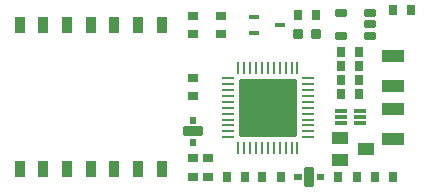
<source format=gtp>
%FSLAX24Y24*%
%MOIN*%
G70*
G01*
G75*
G04 Layer_Color=8421504*
%ADD10C,0.0060*%
%ADD11C,0.0197*%
G04:AMPARAMS|DCode=12|XSize=55.1mil|YSize=39.4mil|CornerRadius=3mil|HoleSize=0mil|Usage=FLASHONLY|Rotation=0.000|XOffset=0mil|YOffset=0mil|HoleType=Round|Shape=RoundedRectangle|*
%AMROUNDEDRECTD12*
21,1,0.0551,0.0335,0,0,0.0*
21,1,0.0492,0.0394,0,0,0.0*
1,1,0.0059,0.0246,-0.0167*
1,1,0.0059,-0.0246,-0.0167*
1,1,0.0059,-0.0246,0.0167*
1,1,0.0059,0.0246,0.0167*
%
%ADD12ROUNDEDRECTD12*%
G04:AMPARAMS|DCode=13|XSize=31.5mil|YSize=23.6mil|CornerRadius=1.2mil|HoleSize=0mil|Usage=FLASHONLY|Rotation=90.000|XOffset=0mil|YOffset=0mil|HoleType=Round|Shape=RoundedRectangle|*
%AMROUNDEDRECTD13*
21,1,0.0315,0.0213,0,0,90.0*
21,1,0.0291,0.0236,0,0,90.0*
1,1,0.0024,0.0106,0.0146*
1,1,0.0024,0.0106,-0.0146*
1,1,0.0024,-0.0106,-0.0146*
1,1,0.0024,-0.0106,0.0146*
%
%ADD13ROUNDEDRECTD13*%
G04:AMPARAMS|DCode=14|XSize=19.7mil|YSize=19.7mil|CornerRadius=1mil|HoleSize=0mil|Usage=FLASHONLY|Rotation=90.000|XOffset=0mil|YOffset=0mil|HoleType=Round|Shape=RoundedRectangle|*
%AMROUNDEDRECTD14*
21,1,0.0197,0.0177,0,0,90.0*
21,1,0.0177,0.0197,0,0,90.0*
1,1,0.0020,0.0089,0.0089*
1,1,0.0020,0.0089,-0.0089*
1,1,0.0020,-0.0089,-0.0089*
1,1,0.0020,-0.0089,0.0089*
%
%ADD14ROUNDEDRECTD14*%
G04:AMPARAMS|DCode=15|XSize=19.7mil|YSize=19.7mil|CornerRadius=1mil|HoleSize=0mil|Usage=FLASHONLY|Rotation=180.000|XOffset=0mil|YOffset=0mil|HoleType=Round|Shape=RoundedRectangle|*
%AMROUNDEDRECTD15*
21,1,0.0197,0.0177,0,0,180.0*
21,1,0.0177,0.0197,0,0,180.0*
1,1,0.0020,-0.0089,0.0089*
1,1,0.0020,0.0089,0.0089*
1,1,0.0020,0.0089,-0.0089*
1,1,0.0020,-0.0089,-0.0089*
%
%ADD15ROUNDEDRECTD15*%
G04:AMPARAMS|DCode=16|XSize=15.7mil|YSize=19.7mil|CornerRadius=0mil|HoleSize=0mil|Usage=FLASHONLY|Rotation=90.000|XOffset=0mil|YOffset=0mil|HoleType=Round|Shape=Octagon|*
%AMOCTAGOND16*
4,1,8,-0.0098,-0.0039,-0.0098,0.0039,-0.0059,0.0079,0.0059,0.0079,0.0098,0.0039,0.0098,-0.0039,0.0059,-0.0079,-0.0059,-0.0079,-0.0098,-0.0039,0.0*
%
%ADD16OCTAGOND16*%

G04:AMPARAMS|DCode=17|XSize=31.5mil|YSize=23.6mil|CornerRadius=1.2mil|HoleSize=0mil|Usage=FLASHONLY|Rotation=0.000|XOffset=0mil|YOffset=0mil|HoleType=Round|Shape=RoundedRectangle|*
%AMROUNDEDRECTD17*
21,1,0.0315,0.0213,0,0,0.0*
21,1,0.0291,0.0236,0,0,0.0*
1,1,0.0024,0.0146,-0.0106*
1,1,0.0024,-0.0146,-0.0106*
1,1,0.0024,-0.0146,0.0106*
1,1,0.0024,0.0146,0.0106*
%
%ADD17ROUNDEDRECTD17*%
G04:AMPARAMS|DCode=18|XSize=15.7mil|YSize=19.7mil|CornerRadius=0mil|HoleSize=0mil|Usage=FLASHONLY|Rotation=0.000|XOffset=0mil|YOffset=0mil|HoleType=Round|Shape=Octagon|*
%AMOCTAGOND18*
4,1,8,-0.0039,0.0098,0.0039,0.0098,0.0079,0.0059,0.0079,-0.0059,0.0039,-0.0098,-0.0039,-0.0098,-0.0079,-0.0059,-0.0079,0.0059,-0.0039,0.0098,0.0*
%
%ADD18OCTAGOND18*%

G04:AMPARAMS|DCode=19|XSize=13.8mil|YSize=33.5mil|CornerRadius=0.7mil|HoleSize=0mil|Usage=FLASHONLY|Rotation=270.000|XOffset=0mil|YOffset=0mil|HoleType=Round|Shape=RoundedRectangle|*
%AMROUNDEDRECTD19*
21,1,0.0138,0.0321,0,0,270.0*
21,1,0.0124,0.0335,0,0,270.0*
1,1,0.0014,-0.0160,-0.0062*
1,1,0.0014,-0.0160,0.0062*
1,1,0.0014,0.0160,0.0062*
1,1,0.0014,0.0160,-0.0062*
%
%ADD19ROUNDEDRECTD19*%
G04:AMPARAMS|DCode=20|XSize=25.6mil|YSize=39.4mil|CornerRadius=2.6mil|HoleSize=0mil|Usage=FLASHONLY|Rotation=90.000|XOffset=0mil|YOffset=0mil|HoleType=Round|Shape=RoundedRectangle|*
%AMROUNDEDRECTD20*
21,1,0.0256,0.0343,0,0,90.0*
21,1,0.0205,0.0394,0,0,90.0*
1,1,0.0051,0.0171,0.0102*
1,1,0.0051,0.0171,-0.0102*
1,1,0.0051,-0.0171,-0.0102*
1,1,0.0051,-0.0171,0.0102*
%
%ADD20ROUNDEDRECTD20*%
G04:AMPARAMS|DCode=21|XSize=196.9mil|YSize=196.9mil|CornerRadius=9.8mil|HoleSize=0mil|Usage=FLASHONLY|Rotation=90.000|XOffset=0mil|YOffset=0mil|HoleType=Round|Shape=RoundedRectangle|*
%AMROUNDEDRECTD21*
21,1,0.1969,0.1772,0,0,90.0*
21,1,0.1772,0.1969,0,0,90.0*
1,1,0.0197,0.0886,0.0886*
1,1,0.0197,0.0886,-0.0886*
1,1,0.0197,-0.0886,-0.0886*
1,1,0.0197,-0.0886,0.0886*
%
%ADD21ROUNDEDRECTD21*%
G04:AMPARAMS|DCode=22|XSize=47.2mil|YSize=11.8mil|CornerRadius=5.9mil|HoleSize=0mil|Usage=FLASHONLY|Rotation=90.000|XOffset=0mil|YOffset=0mil|HoleType=Round|Shape=RoundedRectangle|*
%AMROUNDEDRECTD22*
21,1,0.0472,0.0000,0,0,90.0*
21,1,0.0354,0.0118,0,0,90.0*
1,1,0.0118,0.0000,0.0177*
1,1,0.0118,0.0000,-0.0177*
1,1,0.0118,0.0000,-0.0177*
1,1,0.0118,0.0000,0.0177*
%
%ADD22ROUNDEDRECTD22*%
G04:AMPARAMS|DCode=23|XSize=47.2mil|YSize=11.8mil|CornerRadius=5.9mil|HoleSize=0mil|Usage=FLASHONLY|Rotation=0.000|XOffset=0mil|YOffset=0mil|HoleType=Round|Shape=RoundedRectangle|*
%AMROUNDEDRECTD23*
21,1,0.0472,0.0000,0,0,0.0*
21,1,0.0354,0.0118,0,0,0.0*
1,1,0.0118,0.0177,0.0000*
1,1,0.0118,-0.0177,0.0000*
1,1,0.0118,-0.0177,0.0000*
1,1,0.0118,0.0177,0.0000*
%
%ADD23ROUNDEDRECTD23*%
G04:AMPARAMS|DCode=24|XSize=39mil|YSize=11.8mil|CornerRadius=0.9mil|HoleSize=0mil|Usage=FLASHONLY|Rotation=180.000|XOffset=0mil|YOffset=0mil|HoleType=Round|Shape=RoundedRectangle|*
%AMROUNDEDRECTD24*
21,1,0.0390,0.0100,0,0,180.0*
21,1,0.0372,0.0118,0,0,180.0*
1,1,0.0018,-0.0186,0.0050*
1,1,0.0018,0.0186,0.0050*
1,1,0.0018,0.0186,-0.0050*
1,1,0.0018,-0.0186,-0.0050*
%
%ADD24ROUNDEDRECTD24*%
G04:AMPARAMS|DCode=25|XSize=31.5mil|YSize=29.5mil|CornerRadius=3mil|HoleSize=0mil|Usage=FLASHONLY|Rotation=180.000|XOffset=0mil|YOffset=0mil|HoleType=Round|Shape=RoundedRectangle|*
%AMROUNDEDRECTD25*
21,1,0.0315,0.0236,0,0,180.0*
21,1,0.0256,0.0295,0,0,180.0*
1,1,0.0059,-0.0128,0.0118*
1,1,0.0059,0.0128,0.0118*
1,1,0.0059,0.0128,-0.0118*
1,1,0.0059,-0.0128,-0.0118*
%
%ADD25ROUNDEDRECTD25*%
G04:AMPARAMS|DCode=26|XSize=31.5mil|YSize=29.5mil|CornerRadius=3mil|HoleSize=0mil|Usage=FLASHONLY|Rotation=270.000|XOffset=0mil|YOffset=0mil|HoleType=Round|Shape=RoundedRectangle|*
%AMROUNDEDRECTD26*
21,1,0.0315,0.0236,0,0,270.0*
21,1,0.0256,0.0295,0,0,270.0*
1,1,0.0059,-0.0118,-0.0128*
1,1,0.0059,-0.0118,0.0128*
1,1,0.0059,0.0118,0.0128*
1,1,0.0059,0.0118,-0.0128*
%
%ADD26ROUNDEDRECTD26*%
G04:AMPARAMS|DCode=27|XSize=31.5mil|YSize=31.5mil|CornerRadius=3.2mil|HoleSize=0mil|Usage=FLASHONLY|Rotation=180.000|XOffset=0mil|YOffset=0mil|HoleType=Round|Shape=RoundedRectangle|*
%AMROUNDEDRECTD27*
21,1,0.0315,0.0252,0,0,180.0*
21,1,0.0252,0.0315,0,0,180.0*
1,1,0.0063,-0.0126,0.0126*
1,1,0.0063,0.0126,0.0126*
1,1,0.0063,0.0126,-0.0126*
1,1,0.0063,-0.0126,-0.0126*
%
%ADD27ROUNDEDRECTD27*%
G04:AMPARAMS|DCode=28|XSize=31.5mil|YSize=31.5mil|CornerRadius=3.2mil|HoleSize=0mil|Usage=FLASHONLY|Rotation=90.000|XOffset=0mil|YOffset=0mil|HoleType=Round|Shape=RoundedRectangle|*
%AMROUNDEDRECTD28*
21,1,0.0315,0.0252,0,0,90.0*
21,1,0.0252,0.0315,0,0,90.0*
1,1,0.0063,0.0126,0.0126*
1,1,0.0063,0.0126,-0.0126*
1,1,0.0063,-0.0126,-0.0126*
1,1,0.0063,-0.0126,0.0126*
%
%ADD28ROUNDEDRECTD28*%
G04:AMPARAMS|DCode=29|XSize=47.2mil|YSize=78.7mil|CornerRadius=3.5mil|HoleSize=0mil|Usage=FLASHONLY|Rotation=90.000|XOffset=0mil|YOffset=0mil|HoleType=Round|Shape=RoundedRectangle|*
%AMROUNDEDRECTD29*
21,1,0.0472,0.0717,0,0,90.0*
21,1,0.0402,0.0787,0,0,90.0*
1,1,0.0071,0.0358,0.0201*
1,1,0.0071,0.0358,-0.0201*
1,1,0.0071,-0.0358,-0.0201*
1,1,0.0071,-0.0358,0.0201*
%
%ADD29ROUNDEDRECTD29*%
G04:AMPARAMS|DCode=30|XSize=47.2mil|YSize=78.7mil|CornerRadius=0mil|HoleSize=0mil|Usage=FLASHONLY|Rotation=90.000|XOffset=0mil|YOffset=0mil|HoleType=Round|Shape=RoundedRectangle|*
%AMROUNDEDRECTD30*
21,1,0.0472,0.0787,0,0,90.0*
21,1,0.0472,0.0787,0,0,90.0*
1,1,0.0000,0.0394,0.0236*
1,1,0.0000,0.0394,-0.0236*
1,1,0.0000,-0.0394,-0.0236*
1,1,0.0000,-0.0394,0.0236*
%
%ADD30ROUNDEDRECTD30*%
G04:AMPARAMS|DCode=31|XSize=39.4mil|YSize=59.1mil|CornerRadius=3mil|HoleSize=0mil|Usage=FLASHONLY|Rotation=0.000|XOffset=0mil|YOffset=0mil|HoleType=Round|Shape=RoundedRectangle|*
%AMROUNDEDRECTD31*
21,1,0.0394,0.0532,0,0,0.0*
21,1,0.0335,0.0591,0,0,0.0*
1,1,0.0059,0.0167,-0.0266*
1,1,0.0059,-0.0167,-0.0266*
1,1,0.0059,-0.0167,0.0266*
1,1,0.0059,0.0167,0.0266*
%
%ADD31ROUNDEDRECTD31*%
%ADD32C,0.0080*%
%ADD33C,0.0100*%
G04:AMPARAMS|DCode=34|XSize=3.9mil|YSize=3.9mil|CornerRadius=0.3mil|HoleSize=0mil|Usage=FLASHONLY|Rotation=0.000|XOffset=0mil|YOffset=0mil|HoleType=Round|Shape=RoundedRectangle|*
%AMROUNDEDRECTD34*
21,1,0.0039,0.0033,0,0,0.0*
21,1,0.0033,0.0039,0,0,0.0*
1,1,0.0006,0.0017,-0.0017*
1,1,0.0006,-0.0017,-0.0017*
1,1,0.0006,-0.0017,0.0017*
1,1,0.0006,0.0017,0.0017*
%
%ADD34ROUNDEDRECTD34*%
%ADD35C,0.0197*%
%ADD36C,0.0315*%
%ADD37C,0.0039*%
%ADD38O,0.1260X0.0512*%
%ADD39C,0.0472*%
G04:AMPARAMS|DCode=40|XSize=45.3mil|YSize=86.6mil|CornerRadius=1.1mil|HoleSize=0mil|Usage=FLASHONLY|Rotation=270.000|XOffset=0mil|YOffset=0mil|HoleType=Round|Shape=RoundedRectangle|*
%AMROUNDEDRECTD40*
21,1,0.0453,0.0843,0,0,270.0*
21,1,0.0430,0.0866,0,0,270.0*
1,1,0.0023,-0.0422,-0.0215*
1,1,0.0023,-0.0422,0.0215*
1,1,0.0023,0.0422,0.0215*
1,1,0.0023,0.0422,-0.0215*
%
%ADD40ROUNDEDRECTD40*%
G04:AMPARAMS|DCode=41|XSize=45.3mil|YSize=98.4mil|CornerRadius=1.1mil|HoleSize=0mil|Usage=FLASHONLY|Rotation=270.000|XOffset=0mil|YOffset=0mil|HoleType=Round|Shape=RoundedRectangle|*
%AMROUNDEDRECTD41*
21,1,0.0453,0.0962,0,0,270.0*
21,1,0.0430,0.0984,0,0,270.0*
1,1,0.0023,-0.0481,-0.0215*
1,1,0.0023,-0.0481,0.0215*
1,1,0.0023,0.0481,0.0215*
1,1,0.0023,0.0481,-0.0215*
%
%ADD41ROUNDEDRECTD41*%
G04:AMPARAMS|DCode=42|XSize=31.5mil|YSize=48.8mil|CornerRadius=0.8mil|HoleSize=0mil|Usage=FLASHONLY|Rotation=270.000|XOffset=0mil|YOffset=0mil|HoleType=Round|Shape=RoundedRectangle|*
%AMROUNDEDRECTD42*
21,1,0.0315,0.0472,0,0,270.0*
21,1,0.0299,0.0488,0,0,270.0*
1,1,0.0016,-0.0236,-0.0150*
1,1,0.0016,-0.0236,0.0150*
1,1,0.0016,0.0236,0.0150*
1,1,0.0016,0.0236,-0.0150*
%
%ADD42ROUNDEDRECTD42*%
G04:AMPARAMS|DCode=43|XSize=59.1mil|YSize=45.3mil|CornerRadius=1.1mil|HoleSize=0mil|Usage=FLASHONLY|Rotation=270.000|XOffset=0mil|YOffset=0mil|HoleType=Round|Shape=RoundedRectangle|*
%AMROUNDEDRECTD43*
21,1,0.0591,0.0430,0,0,270.0*
21,1,0.0568,0.0453,0,0,270.0*
1,1,0.0023,-0.0215,-0.0284*
1,1,0.0023,-0.0215,0.0284*
1,1,0.0023,0.0215,0.0284*
1,1,0.0023,0.0215,-0.0284*
%
%ADD43ROUNDEDRECTD43*%
G04:AMPARAMS|DCode=44|XSize=45.7mil|YSize=47.2mil|CornerRadius=1.1mil|HoleSize=0mil|Usage=FLASHONLY|Rotation=270.000|XOffset=0mil|YOffset=0mil|HoleType=Round|Shape=RoundedRectangle|*
%AMROUNDEDRECTD44*
21,1,0.0457,0.0450,0,0,270.0*
21,1,0.0434,0.0472,0,0,270.0*
1,1,0.0023,-0.0225,-0.0217*
1,1,0.0023,-0.0225,0.0217*
1,1,0.0023,0.0225,0.0217*
1,1,0.0023,0.0225,-0.0217*
%
%ADD44ROUNDEDRECTD44*%
%ADD45C,0.0079*%
%ADD46C,0.0070*%
%ADD47R,0.0236X0.1181*%
%ADD48R,0.0295X0.0315*%
%ADD49R,0.0157X0.0571*%
%ADD50R,0.0394X0.0236*%
%ADD51R,0.0236X0.0394*%
G04:AMPARAMS|DCode=52|XSize=192.9mil|YSize=192.9mil|CornerRadius=7.9mil|HoleSize=0mil|Usage=FLASHONLY|Rotation=90.000|XOffset=0mil|YOffset=0mil|HoleType=Round|Shape=RoundedRectangle|*
%AMROUNDEDRECTD52*
21,1,0.1929,0.1772,0,0,90.0*
21,1,0.1772,0.1929,0,0,90.0*
1,1,0.0157,0.0886,0.0886*
1,1,0.0157,0.0886,-0.0886*
1,1,0.0157,-0.0886,-0.0886*
1,1,0.0157,-0.0886,0.0886*
%
%ADD52ROUNDEDRECTD52*%
G04:AMPARAMS|DCode=53|XSize=43.3mil|YSize=7.9mil|CornerRadius=3.9mil|HoleSize=0mil|Usage=FLASHONLY|Rotation=90.000|XOffset=0mil|YOffset=0mil|HoleType=Round|Shape=RoundedRectangle|*
%AMROUNDEDRECTD53*
21,1,0.0433,0.0000,0,0,90.0*
21,1,0.0354,0.0079,0,0,90.0*
1,1,0.0079,0.0000,0.0177*
1,1,0.0079,0.0000,-0.0177*
1,1,0.0079,0.0000,-0.0177*
1,1,0.0079,0.0000,0.0177*
%
%ADD53ROUNDEDRECTD53*%
G04:AMPARAMS|DCode=54|XSize=43.3mil|YSize=7.9mil|CornerRadius=3.9mil|HoleSize=0mil|Usage=FLASHONLY|Rotation=0.000|XOffset=0mil|YOffset=0mil|HoleType=Round|Shape=RoundedRectangle|*
%AMROUNDEDRECTD54*
21,1,0.0433,0.0000,0,0,0.0*
21,1,0.0354,0.0079,0,0,0.0*
1,1,0.0079,0.0177,0.0000*
1,1,0.0079,-0.0177,0.0000*
1,1,0.0079,-0.0177,0.0000*
1,1,0.0079,0.0177,0.0000*
%
%ADD54ROUNDEDRECTD54*%
G04:AMPARAMS|DCode=55|XSize=43.3mil|YSize=74.8mil|CornerRadius=1.6mil|HoleSize=0mil|Usage=FLASHONLY|Rotation=90.000|XOffset=0mil|YOffset=0mil|HoleType=Round|Shape=RoundedRectangle|*
%AMROUNDEDRECTD55*
21,1,0.0433,0.0717,0,0,90.0*
21,1,0.0402,0.0748,0,0,90.0*
1,1,0.0032,0.0358,0.0201*
1,1,0.0032,0.0358,-0.0201*
1,1,0.0032,-0.0358,-0.0201*
1,1,0.0032,-0.0358,0.0201*
%
%ADD55ROUNDEDRECTD55*%
G04:AMPARAMS|DCode=56|XSize=43.3mil|YSize=74.8mil|CornerRadius=0mil|HoleSize=0mil|Usage=FLASHONLY|Rotation=90.000|XOffset=0mil|YOffset=0mil|HoleType=Round|Shape=RoundedRectangle|*
%AMROUNDEDRECTD56*
21,1,0.0433,0.0748,0,0,90.0*
21,1,0.0433,0.0748,0,0,90.0*
1,1,0.0000,0.0374,0.0217*
1,1,0.0000,0.0374,-0.0217*
1,1,0.0000,-0.0374,-0.0217*
1,1,0.0000,-0.0374,0.0217*
%
%ADD56ROUNDEDRECTD56*%
G04:AMPARAMS|DCode=57|XSize=35.4mil|YSize=55.1mil|CornerRadius=1mil|HoleSize=0mil|Usage=FLASHONLY|Rotation=0.000|XOffset=0mil|YOffset=0mil|HoleType=Round|Shape=RoundedRectangle|*
%AMROUNDEDRECTD57*
21,1,0.0354,0.0532,0,0,0.0*
21,1,0.0335,0.0551,0,0,0.0*
1,1,0.0020,0.0167,-0.0266*
1,1,0.0020,-0.0167,-0.0266*
1,1,0.0020,-0.0167,0.0266*
1,1,0.0020,0.0167,0.0266*
%
%ADD57ROUNDEDRECTD57*%
D12*
X11220Y1240D02*
D03*
X12087Y1614D02*
D03*
X11220Y1988D02*
D03*
D13*
X6319Y2205D02*
D03*
X6122D02*
D03*
X6516D02*
D03*
D14*
X6319Y2598D02*
D03*
X9803Y689D02*
D03*
D15*
X6319Y1811D02*
D03*
X10591Y689D02*
D03*
D16*
X6319Y2520D02*
D03*
Y1890D02*
D03*
D17*
X10197Y689D02*
D03*
Y886D02*
D03*
Y492D02*
D03*
D18*
X10512Y689D02*
D03*
X9882D02*
D03*
D19*
X8346Y6004D02*
D03*
Y5492D02*
D03*
X9213Y5748D02*
D03*
D20*
X11250Y5394D02*
D03*
Y6142D02*
D03*
X12215D02*
D03*
Y5768D02*
D03*
Y5394D02*
D03*
D24*
X11890Y2480D02*
D03*
X11890Y2874D02*
D03*
X11260D02*
D03*
Y2480D02*
D03*
Y2677D02*
D03*
X11890D02*
D03*
D25*
X6319Y689D02*
D03*
Y1299D02*
D03*
Y3386D02*
D03*
Y3996D02*
D03*
X6339Y6053D02*
D03*
Y5443D02*
D03*
X7244Y6053D02*
D03*
Y5443D02*
D03*
X6831Y1299D02*
D03*
Y689D02*
D03*
D26*
X11782D02*
D03*
X11171D02*
D03*
X9823Y6083D02*
D03*
X10433D02*
D03*
X11260Y4862D02*
D03*
X11870D02*
D03*
X11260Y4390D02*
D03*
X11870D02*
D03*
Y3917D02*
D03*
X11260D02*
D03*
X12992Y6240D02*
D03*
X13602D02*
D03*
X12392Y689D02*
D03*
X13002D02*
D03*
X11260Y3445D02*
D03*
X11870D02*
D03*
X9242Y689D02*
D03*
X8632D02*
D03*
X8061D02*
D03*
X7451D02*
D03*
D27*
X9823Y5433D02*
D03*
D28*
X10413D02*
D03*
D52*
X8819Y2992D02*
D03*
D53*
X9803Y1654D02*
D03*
X9606D02*
D03*
X9409D02*
D03*
X9213D02*
D03*
X9016Y1654D02*
D03*
X8819D02*
D03*
X8622Y1654D02*
D03*
X8425D02*
D03*
X8228D02*
D03*
X8031Y1654D02*
D03*
X7835D02*
D03*
Y4331D02*
D03*
X8031D02*
D03*
X8228Y4331D02*
D03*
X8425D02*
D03*
X8622D02*
D03*
X8819Y4331D02*
D03*
X9016D02*
D03*
X9213Y4331D02*
D03*
X9409D02*
D03*
X9606D02*
D03*
X9803D02*
D03*
D54*
X7480Y2008D02*
D03*
Y2205D02*
D03*
X7480Y2402D02*
D03*
Y2598D02*
D03*
X7480Y2795D02*
D03*
Y2992D02*
D03*
Y3189D02*
D03*
X7480Y3386D02*
D03*
Y3583D02*
D03*
X7480Y3780D02*
D03*
Y3976D02*
D03*
X10157Y3976D02*
D03*
Y3780D02*
D03*
Y3583D02*
D03*
Y3386D02*
D03*
Y3189D02*
D03*
Y2992D02*
D03*
Y2795D02*
D03*
Y2598D02*
D03*
Y2402D02*
D03*
Y2205D02*
D03*
Y2008D02*
D03*
D55*
X12992Y4708D02*
D03*
D56*
Y3724D02*
D03*
Y2936D02*
D03*
Y1952D02*
D03*
D57*
X551Y5748D02*
D03*
X1339D02*
D03*
X2126D02*
D03*
X2913D02*
D03*
X3701D02*
D03*
X4488D02*
D03*
X5276D02*
D03*
Y945D02*
D03*
X4488D02*
D03*
X3701D02*
D03*
X2913D02*
D03*
X2126D02*
D03*
X1339D02*
D03*
X551D02*
D03*
M02*

</source>
